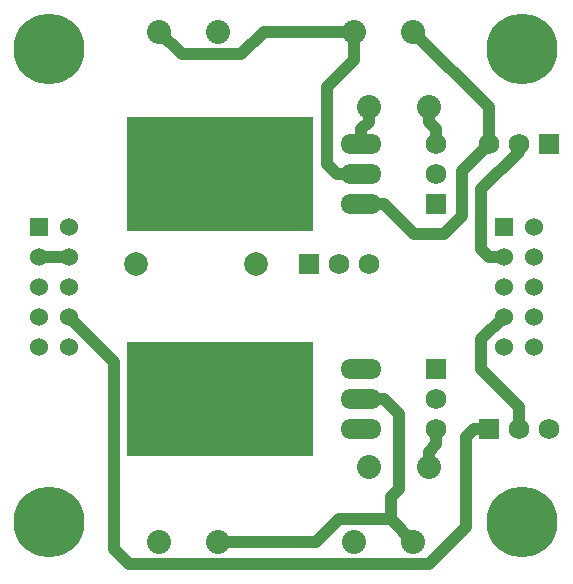
<source format=gtl>
%FSLAX36Y36*%
G04 Gerber Fmt 3.6, Leading zero omitted, Abs format (unit inch)*
G04 Created by KiCad (PCBNEW (2014-jul-16 BZR unknown)-product) date Tue 27 Jan 2015 08:42:02 AM PST*
%MOIN*%
G01*
G04 APERTURE LIST*
%ADD10C,0.003937*%
%ADD11R,0.068000X0.068000*%
%ADD12C,0.068000*%
%ADD13R,0.060000X0.060000*%
%ADD14C,0.060000*%
%ADD15C,0.080000*%
%ADD16O,0.137800X0.066900*%
%ADD17R,0.620000X0.380000*%
%ADD18C,0.078700*%
%ADD19C,0.236220*%
%ADD20C,0.035000*%
%ADD21C,0.040000*%
G04 APERTURE END LIST*
D10*
D11*
X5000000Y-4850000D03*
D12*
X5100000Y-4850000D03*
X5200000Y-4850000D03*
D13*
X4100000Y-4725000D03*
D14*
X4200000Y-4725000D03*
X4100000Y-4825000D03*
X4200000Y-4825000D03*
X4100000Y-4925000D03*
X4200000Y-4925000D03*
X4100000Y-5025000D03*
X4200000Y-5025000D03*
X4100000Y-5125000D03*
X4200000Y-5125000D03*
D15*
X4501575Y-5775000D03*
X4698425Y-5775000D03*
X5151575Y-5775000D03*
X5348425Y-5775000D03*
X4698425Y-4075000D03*
X4501575Y-4075000D03*
X5348425Y-4075000D03*
X5151575Y-4075000D03*
D13*
X5650000Y-4725000D03*
D14*
X5750000Y-4725000D03*
X5650000Y-4825000D03*
X5750000Y-4825000D03*
X5650000Y-4925000D03*
X5750000Y-4925000D03*
X5650000Y-5025000D03*
X5750000Y-5025000D03*
X5650000Y-5125000D03*
X5750000Y-5125000D03*
D16*
X5175000Y-5300000D03*
X5175000Y-5400000D03*
X5175000Y-5200000D03*
D17*
X4705000Y-5300000D03*
D16*
X5175000Y-4550000D03*
X5175000Y-4650000D03*
X5175000Y-4450000D03*
D17*
X4705000Y-4550000D03*
D18*
X4825000Y-4850000D03*
X4425000Y-4850000D03*
D15*
X5199500Y-5525000D03*
X5400500Y-5525000D03*
X5199500Y-4325000D03*
X5400500Y-4325000D03*
D11*
X5425000Y-5200000D03*
D12*
X5425000Y-5300000D03*
X5425000Y-5400000D03*
D11*
X5600000Y-5400000D03*
D12*
X5700000Y-5400000D03*
X5800000Y-5400000D03*
D11*
X5800000Y-4450000D03*
D12*
X5700000Y-4450000D03*
X5600000Y-4450000D03*
D11*
X5425000Y-4650000D03*
D12*
X5425000Y-4550000D03*
X5425000Y-4450000D03*
D19*
X5708661Y-5708661D03*
X4133858Y-5708661D03*
X5708661Y-4133858D03*
X4133858Y-4133858D03*
D20*
X4100000Y-4825000D03*
D21*
X5151575Y-4075000D02*
X5151575Y-4168425D01*
X5095000Y-4550000D02*
X5175000Y-4550000D01*
X5060000Y-4515000D02*
X5095000Y-4550000D01*
X5060000Y-4260000D02*
X5060000Y-4515000D01*
X5151575Y-4168425D02*
X5060000Y-4260000D01*
X4576575Y-4150000D02*
X4775000Y-4150000D01*
X4501575Y-4075000D02*
X4576575Y-4150000D01*
X4850000Y-4075000D02*
X4775000Y-4150000D01*
X5151575Y-4075000D02*
X4850000Y-4075000D01*
X5425000Y-4450000D02*
X5425000Y-4400000D01*
X5400000Y-4375000D02*
X5400000Y-4325500D01*
X5425000Y-4400000D02*
X5400000Y-4375000D01*
X5400000Y-4325500D02*
X5400500Y-4325000D01*
X5400000Y-4325500D02*
X5400500Y-4325000D01*
X5175000Y-4450000D02*
X5175000Y-4400000D01*
X5200000Y-4375000D02*
X5200000Y-4325500D01*
X5175000Y-4400000D02*
X5200000Y-4375000D01*
X5200000Y-4325500D02*
X5199500Y-4325000D01*
X5400500Y-5525000D02*
X5400500Y-5475500D01*
X5425000Y-5451000D02*
X5425000Y-5400000D01*
X5400500Y-5475500D02*
X5425000Y-5451000D01*
X4350000Y-5175000D02*
X4350000Y-5800000D01*
X4350000Y-5800000D02*
X4400000Y-5850000D01*
X4400000Y-5850000D02*
X5400000Y-5850000D01*
X5400000Y-5850000D02*
X5525000Y-5725000D01*
X5525000Y-5725000D02*
X5525000Y-5425000D01*
X5525000Y-5425000D02*
X5550000Y-5400000D01*
X5550000Y-5400000D02*
X5600000Y-5400000D01*
X4200000Y-5025000D02*
X4350000Y-5175000D01*
X5700000Y-5325000D02*
X5575000Y-5200000D01*
X5575000Y-5200000D02*
X5575000Y-5100000D01*
X5575000Y-5100000D02*
X5650000Y-5025000D01*
X5700000Y-5400000D02*
X5700000Y-5325000D01*
X4100000Y-4825000D02*
X4200000Y-4825000D01*
X5600000Y-4825000D02*
X5650000Y-4825000D01*
X5575000Y-4800000D02*
X5600000Y-4825000D01*
X5575000Y-4600000D02*
X5575000Y-4800000D01*
X5700000Y-4475000D02*
X5575000Y-4600000D01*
X5700000Y-4450000D02*
X5700000Y-4475000D01*
X5175000Y-4650000D02*
X5250000Y-4650000D01*
X5510000Y-4540000D02*
X5600000Y-4450000D01*
X5510000Y-4690000D02*
X5510000Y-4540000D01*
X5450000Y-4750000D02*
X5510000Y-4690000D01*
X5350000Y-4750000D02*
X5450000Y-4750000D01*
X5250000Y-4650000D02*
X5350000Y-4750000D01*
X5600000Y-4450000D02*
X5600000Y-4326575D01*
X5600000Y-4326575D02*
X5348425Y-4075000D01*
X5175000Y-5300000D02*
X5250000Y-5300000D01*
X5273425Y-5626575D02*
X5273425Y-5700000D01*
X5300000Y-5600000D02*
X5273425Y-5626575D01*
X5300000Y-5350000D02*
X5300000Y-5600000D01*
X5250000Y-5300000D02*
X5300000Y-5350000D01*
X5025000Y-5775000D02*
X5100000Y-5700000D01*
X5165000Y-5700000D02*
X5273425Y-5700000D01*
X5100000Y-5700000D02*
X5165000Y-5700000D01*
X5273425Y-5700000D02*
X5348425Y-5775000D01*
X4698425Y-5775000D02*
X5025000Y-5775000D01*
M02*

</source>
